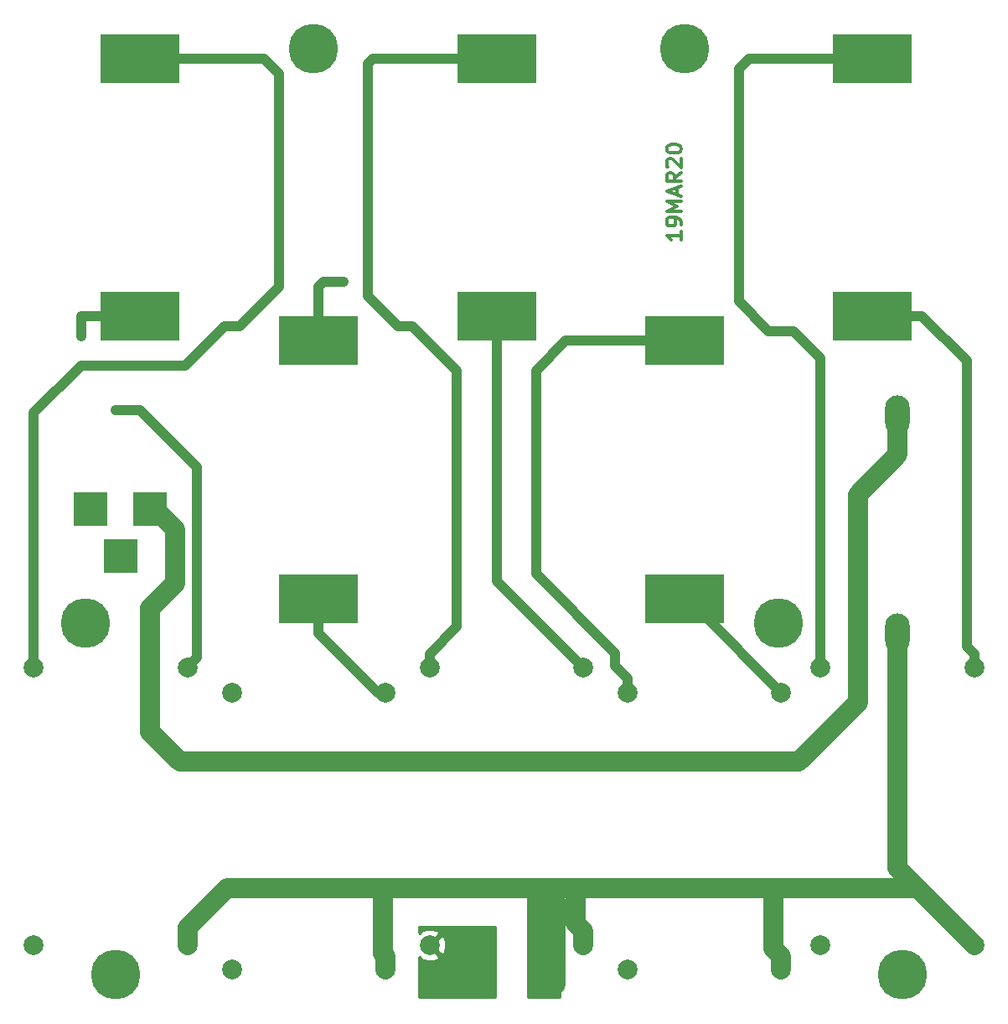
<source format=gbr>
G04 #@! TF.GenerationSoftware,KiCad,Pcbnew,(5.0.0)*
G04 #@! TF.CreationDate,2020-03-19T17:01:02-04:00*
G04 #@! TF.ProjectId,Grow_Lamp,47726F775F4C616D702E6B696361645F,rev?*
G04 #@! TF.SameCoordinates,Original*
G04 #@! TF.FileFunction,Copper,L1,Top,Signal*
G04 #@! TF.FilePolarity,Positive*
%FSLAX46Y46*%
G04 Gerber Fmt 4.6, Leading zero omitted, Abs format (unit mm)*
G04 Created by KiCad (PCBNEW (5.0.0)) date 03/19/20 17:01:02*
%MOMM*%
%LPD*%
G01*
G04 APERTURE LIST*
G04 #@! TA.AperFunction,NonConductor*
%ADD10C,0.375000*%
G04 #@! TD*
G04 #@! TA.AperFunction,SMDPad,CuDef*
%ADD11R,8.000000X5.000000*%
G04 #@! TD*
G04 #@! TA.AperFunction,ComponentPad*
%ADD12C,2.000000*%
G04 #@! TD*
G04 #@! TA.AperFunction,ComponentPad*
%ADD13O,2.500000X4.000000*%
G04 #@! TD*
G04 #@! TA.AperFunction,ComponentPad*
%ADD14R,3.500000X3.500000*%
G04 #@! TD*
G04 #@! TA.AperFunction,ComponentPad*
%ADD15C,5.000000*%
G04 #@! TD*
G04 #@! TA.AperFunction,ViaPad*
%ADD16C,0.800000*%
G04 #@! TD*
G04 #@! TA.AperFunction,Conductor*
%ADD17C,1.000000*%
G04 #@! TD*
G04 #@! TA.AperFunction,Conductor*
%ADD18C,2.000000*%
G04 #@! TD*
G04 #@! TA.AperFunction,Conductor*
%ADD19C,0.254000*%
G04 #@! TD*
G04 APERTURE END LIST*
D10*
X157678571Y-76964285D02*
X157678571Y-77821428D01*
X157678571Y-77392857D02*
X156178571Y-77392857D01*
X156392857Y-77535714D01*
X156535714Y-77678571D01*
X156607142Y-77821428D01*
X157678571Y-76250000D02*
X157678571Y-75964285D01*
X157607142Y-75821428D01*
X157535714Y-75750000D01*
X157321428Y-75607142D01*
X157035714Y-75535714D01*
X156464285Y-75535714D01*
X156321428Y-75607142D01*
X156250000Y-75678571D01*
X156178571Y-75821428D01*
X156178571Y-76107142D01*
X156250000Y-76250000D01*
X156321428Y-76321428D01*
X156464285Y-76392857D01*
X156821428Y-76392857D01*
X156964285Y-76321428D01*
X157035714Y-76250000D01*
X157107142Y-76107142D01*
X157107142Y-75821428D01*
X157035714Y-75678571D01*
X156964285Y-75607142D01*
X156821428Y-75535714D01*
X157678571Y-74892857D02*
X156178571Y-74892857D01*
X157250000Y-74392857D01*
X156178571Y-73892857D01*
X157678571Y-73892857D01*
X157250000Y-73250000D02*
X157250000Y-72535714D01*
X157678571Y-73392857D02*
X156178571Y-72892857D01*
X157678571Y-72392857D01*
X157678571Y-71035714D02*
X156964285Y-71535714D01*
X157678571Y-71892857D02*
X156178571Y-71892857D01*
X156178571Y-71321428D01*
X156250000Y-71178571D01*
X156321428Y-71107142D01*
X156464285Y-71035714D01*
X156678571Y-71035714D01*
X156821428Y-71107142D01*
X156892857Y-71178571D01*
X156964285Y-71321428D01*
X156964285Y-71892857D01*
X156321428Y-70464285D02*
X156250000Y-70392857D01*
X156178571Y-70250000D01*
X156178571Y-69892857D01*
X156250000Y-69750000D01*
X156321428Y-69678571D01*
X156464285Y-69607142D01*
X156607142Y-69607142D01*
X156821428Y-69678571D01*
X157678571Y-70535714D01*
X157678571Y-69607142D01*
X156178571Y-68678571D02*
X156178571Y-68535714D01*
X156250000Y-68392857D01*
X156321428Y-68321428D01*
X156464285Y-68250000D01*
X156750000Y-68178571D01*
X157107142Y-68178571D01*
X157392857Y-68250000D01*
X157535714Y-68321428D01*
X157607142Y-68392857D01*
X157678571Y-68535714D01*
X157678571Y-68678571D01*
X157607142Y-68821428D01*
X157535714Y-68892857D01*
X157392857Y-68964285D01*
X157107142Y-69035714D01*
X156750000Y-69035714D01*
X156464285Y-68964285D01*
X156321428Y-68892857D01*
X156250000Y-68821428D01*
X156178571Y-68678571D01*
D11*
G04 #@! TO.P,D1,2*
G04 #@! TO.N,Net-(D1-Pad2)*
X103000000Y-85500000D03*
G04 #@! TO.P,D1,1*
G04 #@! TO.N,Net-(D1-Pad1)*
X103000000Y-59500000D03*
G04 #@! TD*
G04 #@! TO.P,D2,1*
G04 #@! TO.N,Net-(D2-Pad1)*
X121000000Y-88000000D03*
G04 #@! TO.P,D2,2*
G04 #@! TO.N,Net-(D2-Pad2)*
X121000000Y-114000000D03*
G04 #@! TD*
G04 #@! TO.P,D3,2*
G04 #@! TO.N,Net-(D3-Pad2)*
X139000000Y-85500000D03*
G04 #@! TO.P,D3,1*
G04 #@! TO.N,Net-(D3-Pad1)*
X139000000Y-59500000D03*
G04 #@! TD*
G04 #@! TO.P,D4,1*
G04 #@! TO.N,Net-(D4-Pad1)*
X158000000Y-88000000D03*
G04 #@! TO.P,D4,2*
G04 #@! TO.N,Net-(D4-Pad2)*
X158000000Y-114000000D03*
G04 #@! TD*
D12*
G04 #@! TO.P,U1,4*
G04 #@! TO.N,Net-(D1-Pad1)*
X92250000Y-121000000D03*
G04 #@! TO.P,U1,3*
G04 #@! TO.N,Net-(D1-Pad2)*
X107750000Y-121000000D03*
G04 #@! TO.P,U1,2*
G04 #@! TO.N,+12V*
X107750000Y-149000000D03*
G04 #@! TO.P,U1,1*
G04 #@! TO.N,GND*
X92250000Y-149000000D03*
G04 #@! TD*
G04 #@! TO.P,U2,1*
G04 #@! TO.N,GND*
X112250000Y-151500000D03*
G04 #@! TO.P,U2,2*
G04 #@! TO.N,+12V*
X127750000Y-151500000D03*
G04 #@! TO.P,U2,3*
G04 #@! TO.N,Net-(D2-Pad2)*
X127750000Y-123500000D03*
G04 #@! TO.P,U2,4*
G04 #@! TO.N,Net-(D2-Pad1)*
X112250000Y-123500000D03*
G04 #@! TD*
G04 #@! TO.P,U3,4*
G04 #@! TO.N,Net-(D3-Pad1)*
X132250000Y-121000000D03*
G04 #@! TO.P,U3,3*
G04 #@! TO.N,Net-(D3-Pad2)*
X147750000Y-121000000D03*
G04 #@! TO.P,U3,2*
G04 #@! TO.N,+12V*
X147750000Y-149000000D03*
G04 #@! TO.P,U3,1*
G04 #@! TO.N,GND*
X132250000Y-149000000D03*
G04 #@! TD*
G04 #@! TO.P,U4,1*
G04 #@! TO.N,GND*
X152250000Y-151500000D03*
G04 #@! TO.P,U4,2*
G04 #@! TO.N,+12V*
X167750000Y-151500000D03*
G04 #@! TO.P,U4,3*
G04 #@! TO.N,Net-(D4-Pad2)*
X167750000Y-123500000D03*
G04 #@! TO.P,U4,4*
G04 #@! TO.N,Net-(D4-Pad1)*
X152250000Y-123500000D03*
G04 #@! TD*
D11*
G04 #@! TO.P,D5,2*
G04 #@! TO.N,Net-(D5-Pad2)*
X177000000Y-85500000D03*
G04 #@! TO.P,D5,1*
G04 #@! TO.N,Net-(D5-Pad1)*
X177000000Y-59500000D03*
G04 #@! TD*
D13*
G04 #@! TO.P,F1,1*
G04 #@! TO.N,+12V*
X179500000Y-117500000D03*
G04 #@! TO.P,F1,2*
G04 #@! TO.N,Net-(F1-Pad2)*
X179500000Y-95500000D03*
G04 #@! TD*
D14*
G04 #@! TO.P,J1,3*
G04 #@! TO.N,N/C*
X101000000Y-109700000D03*
G04 #@! TO.P,J1,2*
G04 #@! TO.N,GND*
X98000000Y-105000000D03*
G04 #@! TO.P,J1,1*
G04 #@! TO.N,Net-(F1-Pad2)*
X104000000Y-105000000D03*
G04 #@! TD*
D12*
G04 #@! TO.P,U5,4*
G04 #@! TO.N,Net-(D5-Pad1)*
X171750000Y-121000000D03*
G04 #@! TO.P,U5,3*
G04 #@! TO.N,Net-(D5-Pad2)*
X187250000Y-121000000D03*
G04 #@! TO.P,U5,2*
G04 #@! TO.N,+12V*
X187250000Y-149000000D03*
G04 #@! TO.P,U5,1*
G04 #@! TO.N,GND*
X171750000Y-149000000D03*
G04 #@! TD*
D15*
G04 #@! TO.P,MNT1,1*
G04 #@! TO.N,GND*
X100500000Y-152000000D03*
G04 #@! TD*
G04 #@! TO.P,MNT2,1*
G04 #@! TO.N,GND*
X180000000Y-152000000D03*
G04 #@! TD*
G04 #@! TO.P,MNT3,1*
G04 #@! TO.N,GND*
X158000000Y-58500000D03*
G04 #@! TD*
G04 #@! TO.P,MNT4,1*
G04 #@! TO.N,GND*
X120500000Y-58500000D03*
G04 #@! TD*
G04 #@! TO.P,MNT5,1*
G04 #@! TO.N,GND*
X167500000Y-116500000D03*
G04 #@! TD*
G04 #@! TO.P,MNT6,1*
G04 #@! TO.N,GND*
X97500000Y-116500000D03*
G04 #@! TD*
D16*
G04 #@! TO.N,Net-(D1-Pad2)*
X100500000Y-95000000D03*
X97000000Y-85500000D03*
X103000000Y-95000000D03*
X102000000Y-95000000D03*
X97000000Y-86500000D03*
X97000000Y-87500000D03*
G04 #@! TO.N,Net-(D2-Pad1)*
X123500000Y-82000000D03*
X122500000Y-82000000D03*
X121500000Y-82000000D03*
G04 #@! TD*
D17*
G04 #@! TO.N,Net-(D1-Pad2)*
X108749999Y-120000001D02*
X108749999Y-100749999D01*
X107750000Y-121000000D02*
X108749999Y-120000001D01*
X108749999Y-100749999D02*
X103000000Y-95000000D01*
X103000000Y-95000000D02*
X102000000Y-95000000D01*
X103000000Y-95000000D02*
X103000000Y-95000000D01*
X102000000Y-95000000D02*
X100500000Y-95000000D01*
X97000000Y-87500000D02*
X97000000Y-85500000D01*
X103000000Y-85500000D02*
X97000000Y-85500000D01*
G04 #@! TO.N,Net-(D1-Pad1)*
X115500000Y-59500000D02*
X103000000Y-59500000D01*
X117000000Y-61000000D02*
X115500000Y-59500000D01*
X117000000Y-82500000D02*
X117000000Y-61000000D01*
X92250000Y-121000000D02*
X92250000Y-95250000D01*
X92250000Y-95250000D02*
X97000000Y-90500000D01*
X97000000Y-90500000D02*
X107500000Y-90500000D01*
X107500000Y-90500000D02*
X111500000Y-86500000D01*
X111500000Y-86500000D02*
X113000000Y-86500000D01*
X113000000Y-86500000D02*
X117000000Y-82500000D01*
G04 #@! TO.N,Net-(D2-Pad1)*
X121000000Y-82500000D02*
X121500000Y-82000000D01*
X121000000Y-88000000D02*
X121000000Y-82500000D01*
X123500000Y-82000000D02*
X121500000Y-82000000D01*
G04 #@! TO.N,Net-(D2-Pad2)*
X127000000Y-123500000D02*
X127750000Y-123500000D01*
X121000000Y-117500000D02*
X127000000Y-123500000D01*
X121000000Y-114000000D02*
X121000000Y-117500000D01*
G04 #@! TO.N,Net-(D3-Pad2)*
X139000000Y-112250000D02*
X147750000Y-121000000D01*
X139000000Y-85500000D02*
X139000000Y-112250000D01*
G04 #@! TO.N,Net-(D3-Pad1)*
X132250000Y-119585787D02*
X135000000Y-116835787D01*
X132250000Y-121000000D02*
X132250000Y-119585787D01*
X135000000Y-116835787D02*
X135000000Y-91000000D01*
X135000000Y-91000000D02*
X130500000Y-86500000D01*
X130500000Y-86500000D02*
X129000000Y-86500000D01*
X129000000Y-86500000D02*
X126000000Y-83500000D01*
X126000000Y-83500000D02*
X126000000Y-60000000D01*
X126500000Y-59500000D02*
X139000000Y-59500000D01*
X126000000Y-60000000D02*
X126500000Y-59500000D01*
G04 #@! TO.N,Net-(D4-Pad1)*
X152250000Y-122085787D02*
X151000000Y-120835787D01*
X152250000Y-123500000D02*
X152250000Y-122085787D01*
X151000000Y-120835787D02*
X151000000Y-119500000D01*
X151000000Y-119500000D02*
X143000000Y-111500000D01*
X143000000Y-111500000D02*
X143000000Y-91000000D01*
X146000000Y-88000000D02*
X158000000Y-88000000D01*
X143000000Y-91000000D02*
X146000000Y-88000000D01*
G04 #@! TO.N,Net-(D4-Pad2)*
X158000000Y-114000000D02*
X159500000Y-114000000D01*
X159500000Y-115250000D02*
X167750000Y-123500000D01*
X159500000Y-114000000D02*
X159500000Y-115250000D01*
D18*
G04 #@! TO.N,+12V*
X187250000Y-149000000D02*
X181500000Y-143250000D01*
X107750000Y-147250000D02*
X107750000Y-149000000D01*
X111750000Y-143250000D02*
X107750000Y-147250000D01*
X127500000Y-149835787D02*
X127500000Y-143250000D01*
X127750000Y-150085787D02*
X127500000Y-149835787D01*
X127750000Y-151500000D02*
X127750000Y-150085787D01*
X127500000Y-143250000D02*
X111750000Y-143250000D01*
X147000000Y-146835787D02*
X147000000Y-143250000D01*
X147750000Y-147585787D02*
X147000000Y-146835787D01*
X147750000Y-149000000D02*
X147750000Y-147585787D01*
X167000000Y-149335787D02*
X167000000Y-143250000D01*
X167750000Y-150085787D02*
X167000000Y-149335787D01*
X167750000Y-151500000D02*
X167750000Y-150085787D01*
X181500000Y-143250000D02*
X167000000Y-143250000D01*
X167000000Y-143250000D02*
X147000000Y-143250000D01*
X179500000Y-141250000D02*
X181500000Y-143250000D01*
X179500000Y-117500000D02*
X179500000Y-141250000D01*
X143500000Y-143250000D02*
X143500000Y-153000000D01*
X143500000Y-143250000D02*
X127500000Y-143250000D01*
X147000000Y-143250000D02*
X143500000Y-143250000D01*
X143500000Y-153000000D02*
X145000000Y-153000000D01*
X145000000Y-144500000D02*
X145000000Y-153000000D01*
D17*
G04 #@! TO.N,Net-(D5-Pad2)*
X187250000Y-119585787D02*
X186500000Y-118835787D01*
X187250000Y-121000000D02*
X187250000Y-119585787D01*
X186500000Y-118835787D02*
X186500000Y-90000000D01*
X182000000Y-85500000D02*
X177000000Y-85500000D01*
X186500000Y-90000000D02*
X182000000Y-85500000D01*
G04 #@! TO.N,Net-(D5-Pad1)*
X164500000Y-59500000D02*
X177000000Y-59500000D01*
X171750000Y-89750000D02*
X169000000Y-87000000D01*
X171750000Y-121000000D02*
X171750000Y-89750000D01*
X169000000Y-87000000D02*
X166500000Y-87000000D01*
X166500000Y-87000000D02*
X163500000Y-84000000D01*
X163500000Y-84000000D02*
X163500000Y-60500000D01*
X163500000Y-60500000D02*
X164500000Y-59500000D01*
D18*
G04 #@! TO.N,Net-(F1-Pad2)*
X179500000Y-99500000D02*
X175500000Y-103500000D01*
X179500000Y-95500000D02*
X179500000Y-99500000D01*
X175500000Y-103500000D02*
X175500000Y-124500000D01*
X175500000Y-124500000D02*
X169500000Y-130500000D01*
X169500000Y-130500000D02*
X107000000Y-130500000D01*
X107000000Y-130500000D02*
X104000000Y-127500000D01*
X104000000Y-105000000D02*
X104500000Y-105000000D01*
X104500000Y-105000000D02*
X106500000Y-107000000D01*
X106500000Y-112500000D02*
X104000000Y-115000000D01*
X106500000Y-107000000D02*
X106500000Y-112500000D01*
X104000000Y-127500000D02*
X104000000Y-115000000D01*
G04 #@! TD*
D19*
G04 #@! TO.N,+12V*
G36*
X145373000Y-154290000D02*
X142127000Y-154290000D01*
X142127000Y-143127000D01*
X145373000Y-143127000D01*
X145373000Y-154290000D01*
X145373000Y-154290000D01*
G37*
X145373000Y-154290000D02*
X142127000Y-154290000D01*
X142127000Y-143127000D01*
X145373000Y-143127000D01*
X145373000Y-154290000D01*
G04 #@! TO.N,GND*
G36*
X138873000Y-154290000D02*
X131127000Y-154290000D01*
X131127000Y-150231020D01*
X131162794Y-150266814D01*
X131277074Y-150152534D01*
X131375736Y-150419387D01*
X131985461Y-150645908D01*
X132635460Y-150621856D01*
X133124264Y-150419387D01*
X133222927Y-150152532D01*
X132250000Y-149179605D01*
X132235858Y-149193748D01*
X132056253Y-149014143D01*
X132070395Y-149000000D01*
X132429605Y-149000000D01*
X133402532Y-149972927D01*
X133669387Y-149874264D01*
X133895908Y-149264539D01*
X133871856Y-148614540D01*
X133669387Y-148125736D01*
X133402532Y-148027073D01*
X132429605Y-149000000D01*
X132070395Y-149000000D01*
X132056253Y-148985858D01*
X132235858Y-148806253D01*
X132250000Y-148820395D01*
X133222927Y-147847468D01*
X133124264Y-147580613D01*
X132514539Y-147354092D01*
X131864540Y-147378144D01*
X131375736Y-147580613D01*
X131277074Y-147847466D01*
X131162794Y-147733186D01*
X131127000Y-147768980D01*
X131127000Y-147127000D01*
X138873000Y-147127000D01*
X138873000Y-154290000D01*
X138873000Y-154290000D01*
G37*
X138873000Y-154290000D02*
X131127000Y-154290000D01*
X131127000Y-150231020D01*
X131162794Y-150266814D01*
X131277074Y-150152534D01*
X131375736Y-150419387D01*
X131985461Y-150645908D01*
X132635460Y-150621856D01*
X133124264Y-150419387D01*
X133222927Y-150152532D01*
X132250000Y-149179605D01*
X132235858Y-149193748D01*
X132056253Y-149014143D01*
X132070395Y-149000000D01*
X132429605Y-149000000D01*
X133402532Y-149972927D01*
X133669387Y-149874264D01*
X133895908Y-149264539D01*
X133871856Y-148614540D01*
X133669387Y-148125736D01*
X133402532Y-148027073D01*
X132429605Y-149000000D01*
X132070395Y-149000000D01*
X132056253Y-148985858D01*
X132235858Y-148806253D01*
X132250000Y-148820395D01*
X133222927Y-147847468D01*
X133124264Y-147580613D01*
X132514539Y-147354092D01*
X131864540Y-147378144D01*
X131375736Y-147580613D01*
X131277074Y-147847466D01*
X131162794Y-147733186D01*
X131127000Y-147768980D01*
X131127000Y-147127000D01*
X138873000Y-147127000D01*
X138873000Y-154290000D01*
G04 #@! TD*
M02*

</source>
